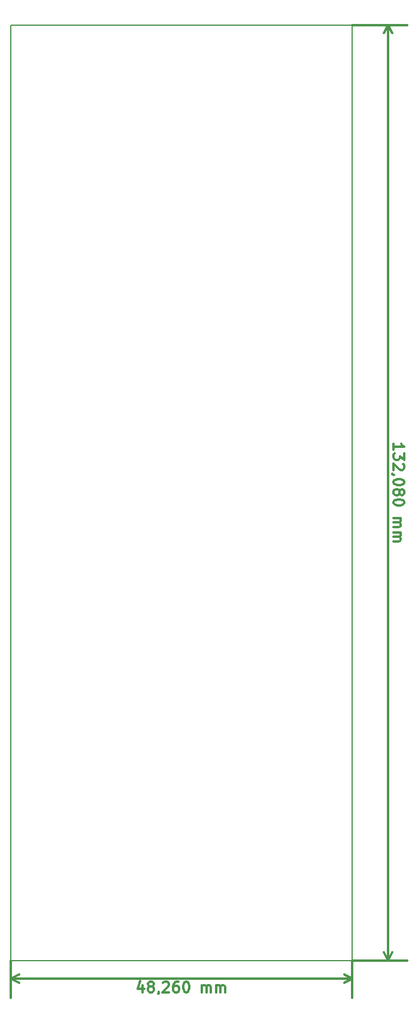
<source format=gbr>
G04 (created by PCBNEW (2013-jul-07)-stable) date wo 25 feb 2015 16:47:35 CET*
%MOIN*%
G04 Gerber Fmt 3.4, Leading zero omitted, Abs format*
%FSLAX34Y34*%
G01*
G70*
G90*
G04 APERTURE LIST*
%ADD10C,0.00393701*%
%ADD11C,0.011811*%
%ADD12C,0.00590551*%
G04 APERTURE END LIST*
G54D10*
G54D11*
X13334Y-61376D02*
X13334Y-61770D01*
X13194Y-61151D02*
X13053Y-61573D01*
X13419Y-61573D01*
X13728Y-61433D02*
X13672Y-61404D01*
X13643Y-61376D01*
X13615Y-61320D01*
X13615Y-61292D01*
X13643Y-61236D01*
X13672Y-61208D01*
X13728Y-61179D01*
X13840Y-61179D01*
X13897Y-61208D01*
X13925Y-61236D01*
X13953Y-61292D01*
X13953Y-61320D01*
X13925Y-61376D01*
X13897Y-61404D01*
X13840Y-61433D01*
X13728Y-61433D01*
X13672Y-61461D01*
X13643Y-61489D01*
X13615Y-61545D01*
X13615Y-61658D01*
X13643Y-61714D01*
X13672Y-61742D01*
X13728Y-61770D01*
X13840Y-61770D01*
X13897Y-61742D01*
X13925Y-61714D01*
X13953Y-61658D01*
X13953Y-61545D01*
X13925Y-61489D01*
X13897Y-61461D01*
X13840Y-61433D01*
X14234Y-61742D02*
X14234Y-61770D01*
X14206Y-61826D01*
X14178Y-61854D01*
X14459Y-61236D02*
X14487Y-61208D01*
X14543Y-61179D01*
X14684Y-61179D01*
X14740Y-61208D01*
X14768Y-61236D01*
X14796Y-61292D01*
X14796Y-61348D01*
X14768Y-61433D01*
X14431Y-61770D01*
X14796Y-61770D01*
X15303Y-61179D02*
X15190Y-61179D01*
X15134Y-61208D01*
X15106Y-61236D01*
X15050Y-61320D01*
X15021Y-61433D01*
X15021Y-61658D01*
X15050Y-61714D01*
X15078Y-61742D01*
X15134Y-61770D01*
X15246Y-61770D01*
X15303Y-61742D01*
X15331Y-61714D01*
X15359Y-61658D01*
X15359Y-61517D01*
X15331Y-61461D01*
X15303Y-61433D01*
X15246Y-61404D01*
X15134Y-61404D01*
X15078Y-61433D01*
X15050Y-61461D01*
X15021Y-61517D01*
X15724Y-61179D02*
X15781Y-61179D01*
X15837Y-61208D01*
X15865Y-61236D01*
X15893Y-61292D01*
X15921Y-61404D01*
X15921Y-61545D01*
X15893Y-61658D01*
X15865Y-61714D01*
X15837Y-61742D01*
X15781Y-61770D01*
X15724Y-61770D01*
X15668Y-61742D01*
X15640Y-61714D01*
X15612Y-61658D01*
X15584Y-61545D01*
X15584Y-61404D01*
X15612Y-61292D01*
X15640Y-61236D01*
X15668Y-61208D01*
X15724Y-61179D01*
X16624Y-61770D02*
X16624Y-61376D01*
X16624Y-61433D02*
X16652Y-61404D01*
X16709Y-61376D01*
X16793Y-61376D01*
X16849Y-61404D01*
X16877Y-61461D01*
X16877Y-61770D01*
X16877Y-61461D02*
X16906Y-61404D01*
X16962Y-61376D01*
X17046Y-61376D01*
X17102Y-61404D01*
X17131Y-61461D01*
X17131Y-61770D01*
X17412Y-61770D02*
X17412Y-61376D01*
X17412Y-61433D02*
X17440Y-61404D01*
X17496Y-61376D01*
X17580Y-61376D01*
X17637Y-61404D01*
X17665Y-61461D01*
X17665Y-61770D01*
X17665Y-61461D02*
X17693Y-61404D01*
X17749Y-61376D01*
X17834Y-61376D01*
X17890Y-61404D01*
X17918Y-61461D01*
X17918Y-61770D01*
X6000Y-60999D02*
X25000Y-60999D01*
X6000Y-60000D02*
X6000Y-62062D01*
X25000Y-60000D02*
X25000Y-62062D01*
X25000Y-60999D02*
X24556Y-61230D01*
X25000Y-60999D02*
X24556Y-60769D01*
X6000Y-60999D02*
X6443Y-61230D01*
X6000Y-60999D02*
X6443Y-60769D01*
X27292Y-31609D02*
X27292Y-31272D01*
X27292Y-31440D02*
X27883Y-31440D01*
X27798Y-31384D01*
X27742Y-31328D01*
X27714Y-31272D01*
X27883Y-31806D02*
X27883Y-32172D01*
X27658Y-31975D01*
X27658Y-32059D01*
X27629Y-32115D01*
X27601Y-32143D01*
X27545Y-32172D01*
X27404Y-32172D01*
X27348Y-32143D01*
X27320Y-32115D01*
X27292Y-32059D01*
X27292Y-31890D01*
X27320Y-31834D01*
X27348Y-31806D01*
X27826Y-32397D02*
X27854Y-32425D01*
X27883Y-32481D01*
X27883Y-32622D01*
X27854Y-32678D01*
X27826Y-32706D01*
X27770Y-32734D01*
X27714Y-32734D01*
X27629Y-32706D01*
X27292Y-32368D01*
X27292Y-32734D01*
X27320Y-33015D02*
X27292Y-33015D01*
X27236Y-32987D01*
X27208Y-32959D01*
X27883Y-33381D02*
X27883Y-33437D01*
X27854Y-33493D01*
X27826Y-33521D01*
X27770Y-33550D01*
X27658Y-33578D01*
X27517Y-33578D01*
X27404Y-33550D01*
X27348Y-33521D01*
X27320Y-33493D01*
X27292Y-33437D01*
X27292Y-33381D01*
X27320Y-33325D01*
X27348Y-33296D01*
X27404Y-33268D01*
X27517Y-33240D01*
X27658Y-33240D01*
X27770Y-33268D01*
X27826Y-33296D01*
X27854Y-33325D01*
X27883Y-33381D01*
X27629Y-33915D02*
X27658Y-33859D01*
X27686Y-33831D01*
X27742Y-33803D01*
X27770Y-33803D01*
X27826Y-33831D01*
X27854Y-33859D01*
X27883Y-33915D01*
X27883Y-34028D01*
X27854Y-34084D01*
X27826Y-34112D01*
X27770Y-34140D01*
X27742Y-34140D01*
X27686Y-34112D01*
X27658Y-34084D01*
X27629Y-34028D01*
X27629Y-33915D01*
X27601Y-33859D01*
X27573Y-33831D01*
X27517Y-33803D01*
X27404Y-33803D01*
X27348Y-33831D01*
X27320Y-33859D01*
X27292Y-33915D01*
X27292Y-34028D01*
X27320Y-34084D01*
X27348Y-34112D01*
X27404Y-34140D01*
X27517Y-34140D01*
X27573Y-34112D01*
X27601Y-34084D01*
X27629Y-34028D01*
X27883Y-34506D02*
X27883Y-34562D01*
X27854Y-34618D01*
X27826Y-34646D01*
X27770Y-34674D01*
X27658Y-34703D01*
X27517Y-34703D01*
X27404Y-34674D01*
X27348Y-34646D01*
X27320Y-34618D01*
X27292Y-34562D01*
X27292Y-34506D01*
X27320Y-34449D01*
X27348Y-34421D01*
X27404Y-34393D01*
X27517Y-34365D01*
X27658Y-34365D01*
X27770Y-34393D01*
X27826Y-34421D01*
X27854Y-34449D01*
X27883Y-34506D01*
X27292Y-35406D02*
X27686Y-35406D01*
X27629Y-35406D02*
X27658Y-35434D01*
X27686Y-35490D01*
X27686Y-35574D01*
X27658Y-35631D01*
X27601Y-35659D01*
X27292Y-35659D01*
X27601Y-35659D02*
X27658Y-35687D01*
X27686Y-35743D01*
X27686Y-35827D01*
X27658Y-35884D01*
X27601Y-35912D01*
X27292Y-35912D01*
X27292Y-36193D02*
X27686Y-36193D01*
X27629Y-36193D02*
X27658Y-36221D01*
X27686Y-36277D01*
X27686Y-36362D01*
X27658Y-36418D01*
X27601Y-36446D01*
X27292Y-36446D01*
X27601Y-36446D02*
X27658Y-36474D01*
X27686Y-36530D01*
X27686Y-36615D01*
X27658Y-36671D01*
X27601Y-36699D01*
X27292Y-36699D01*
X26999Y-8000D02*
X26999Y-60000D01*
X25000Y-8000D02*
X28062Y-8000D01*
X25000Y-60000D02*
X28062Y-60000D01*
X26999Y-60000D02*
X26769Y-59556D01*
X26999Y-60000D02*
X27230Y-59556D01*
X26999Y-8000D02*
X26769Y-8443D01*
X26999Y-8000D02*
X27230Y-8443D01*
G54D12*
X6000Y-60000D02*
X6000Y-8000D01*
X25000Y-60000D02*
X6000Y-60000D01*
X25000Y-8000D02*
X25000Y-60000D01*
X6000Y-8000D02*
X25000Y-8000D01*
M02*

</source>
